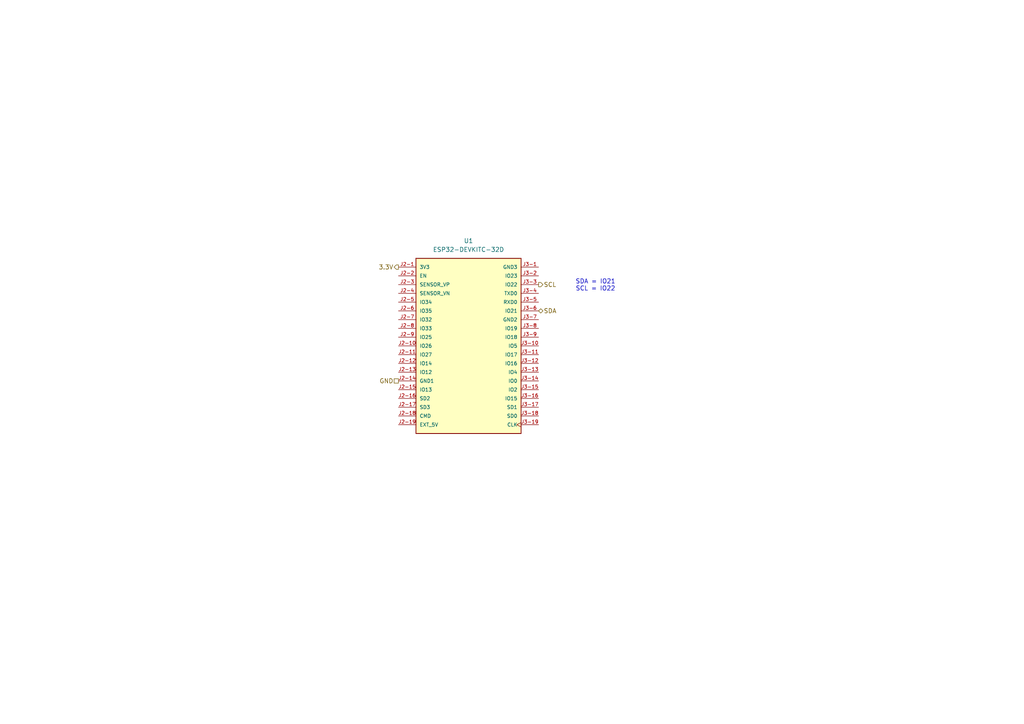
<source format=kicad_sch>
(kicad_sch (version 20231120) (generator "eeschema") (generator_version "8.0")
  (paper "A4")
  (lib_symbols
    (symbol "ESP32-DEVKITC-32D:ESP32-DEVKITC-32D" (pin_names (offset 1.016))
      (property "Reference" "U" (at -15.2572 26.0643 0))
      (property "Value" "ESP32-DEVKITC-32D" (at -15.2563 -27.9698 0))
      (symbol "ESP32-DEVKITC-32D_0_0"
        (rectangle (start -15.24 25.4) (end 15.24 -25.4) (stroke (width 0.254)) (fill (type background)))
        (pin power_in line (at -20.32 22.86 0) (length 5.08) (name "3V3") (number "J2-1"))
        (pin bidirectional line (at -20.32 0 0) (length 5.08) (name "IO26") (number "J2-10"))
        (pin bidirectional line (at -20.32 -2.54 0) (length 5.08) (name "IO27") (number "J2-11"))
        (pin bidirectional line (at -20.32 -5.08 0) (length 5.08) (name "IO14") (number "J2-12"))
        (pin bidirectional line (at -20.32 -7.62 0) (length 5.08) (name "IO12") (number "J2-13"))
        (pin power_in line (at -20.32 -10.16 0) (length 5.08) (name "GND1") (number "J2-14"))
        (pin bidirectional line (at -20.32 -12.7 0) (length 5.08) (name "IO13") (number "J2-15"))
        (pin bidirectional line (at -20.32 -15.24 0) (length 5.08) (name "SD2") (number "J2-16"))
        (pin bidirectional line (at -20.32 -17.78 0) (length 5.08) (name "SD3") (number "J2-17"))
        (pin bidirectional line (at -20.32 -20.32 0) (length 5.08) (name "CMD") (number "J2-18"))
        (pin power_in line (at -20.32 -22.86 0) (length 5.08) (name "EXT_5V") (number "J2-19"))
        (pin input line (at -20.32 20.32 0) (length 5.08) (name "EN") (number "J2-2"))
        (pin input line (at -20.32 17.78 0) (length 5.08) (name "SENSOR_VP") (number "J2-3"))
        (pin input line (at -20.32 15.24 0) (length 5.08) (name "SENSOR_VN") (number "J2-4"))
        (pin bidirectional line (at -20.32 12.7 0) (length 5.08) (name "IO34") (number "J2-5"))
        (pin bidirectional line (at -20.32 10.16 0) (length 5.08) (name "IO35") (number "J2-6"))
        (pin bidirectional line (at -20.32 7.62 0) (length 5.08) (name "IO32") (number "J2-7"))
        (pin bidirectional line (at -20.32 5.08 0) (length 5.08) (name "IO33") (number "J2-8"))
        (pin bidirectional line (at -20.32 2.54 0) (length 5.08) (name "IO25") (number "J2-9"))
        (pin power_in line (at 20.32 22.86 180) (length 5.08) (name "GND3") (number "J3-1"))
        (pin bidirectional line (at 20.32 0 180) (length 5.08) (name "IO5") (number "J3-10"))
        (pin bidirectional line (at 20.32 -2.54 180) (length 5.08) (name "IO17") (number "J3-11"))
        (pin bidirectional line (at 20.32 -5.08 180) (length 5.08) (name "IO16") (number "J3-12"))
        (pin bidirectional line (at 20.32 -7.62 180) (length 5.08) (name "IO4") (number "J3-13"))
        (pin bidirectional line (at 20.32 -10.16 180) (length 5.08) (name "IO0") (number "J3-14"))
        (pin bidirectional line (at 20.32 -12.7 180) (length 5.08) (name "IO2") (number "J3-15"))
        (pin bidirectional line (at 20.32 -15.24 180) (length 5.08) (name "IO15") (number "J3-16"))
        (pin bidirectional line (at 20.32 -17.78 180) (length 5.08) (name "SD1") (number "J3-17"))
        (pin bidirectional line (at 20.32 -20.32 180) (length 5.08) (name "SD0") (number "J3-18"))
        (pin input clock (at 20.32 -22.86 180) (length 5.08) (name "CLK") (number "J3-19"))
        (pin bidirectional line (at 20.32 20.32 180) (length 5.08) (name "IO23") (number "J3-2"))
        (pin bidirectional line (at 20.32 17.78 180) (length 5.08) (name "IO22") (number "J3-3"))
        (pin output line (at 20.32 15.24 180) (length 5.08) (name "TXD0") (number "J3-4"))
        (pin input line (at 20.32 12.7 180) (length 5.08) (name "RXD0") (number "J3-5"))
        (pin bidirectional line (at 20.32 10.16 180) (length 5.08) (name "IO21") (number "J3-6"))
        (pin power_in line (at 20.32 7.62 180) (length 5.08) (name "GND2") (number "J3-7"))
        (pin bidirectional line (at 20.32 5.08 180) (length 5.08) (name "IO19") (number "J3-8"))
        (pin bidirectional line (at 20.32 2.54 180) (length 5.08) (name "IO18") (number "J3-9"))
      )
    )
  )
  (text "SDA = IO21\nSCL = IO22" (at 172.72 82.804 0) (effects (font (size 1.27 1.27))))
  (hierarchical_label "SCL" (shape output) (at 156.21 82.55 0))
  (hierarchical_label "GND" (shape passive) (at 115.57 110.49 180))
  (hierarchical_label "3.3V" (shape output) (at 115.57 77.47 180))
  (hierarchical_label "SDA" (shape bidirectional) (at 156.21 90.17 0))
  (symbol (lib_id "ESP32-DEVKITC-32D:ESP32-DEVKITC-32D") (at 135.89 100.33 0) (unit 1)
    (property "Reference" "U1" (at 135.89 69.85 0))
    (property "Value" "ESP32-DEVKITC-32D" (at 135.89 72.39 0))
    (property "Footprint" "digikey-footprints:MODULE_ESP32-DEVKITC-32D" (effects (hide yes)))
    (property "DigiKey_Part_Number" "4166-ESP32-DEVKITC-32D-ND" (effects (hide yes)))
    (property "SnapEDA_Link" "https://www.snapeda.com/parts/ESP32-DEVKITC-32D/Espressif+Systems/view-part/?ref=snap" (effects (hide yes)))
    (property "MAXIMUM_PACKAGE_HEIGHT" "N/A" (effects (hide yes)))
    (property "Package" "None" (effects (hide yes)))
    (property "Check_prices" "https://www.snapeda.com/parts/ESP32-DEVKITC-32D/Espressif+Systems/view-part/?ref=eda" (effects (hide yes)))
    (property "STANDARD" "Manufacturer Recommendations" (effects (hide yes)))
    (property "PARTREV" "V4" (effects (hide yes)))
    (property "MF" "Espressif Systems" (effects (hide yes)))
    (property "MP" "ESP32-DEVKITC-32D" (effects (hide yes)))
    (property "Description_1" "\n                        \n                            WiFi Development Tools (802.11) ESP32 General Development Kit, ESP32-WROOM-32D on the board\n                        \n" (effects (hide yes)))
    (property "MANUFACTURER" "Espressif Systems" (effects (hide yes)))
    (property "SNAPEDA_PN" "ESP32-DEVKITC-32D" (effects (hide yes)))
  )
)
</source>
